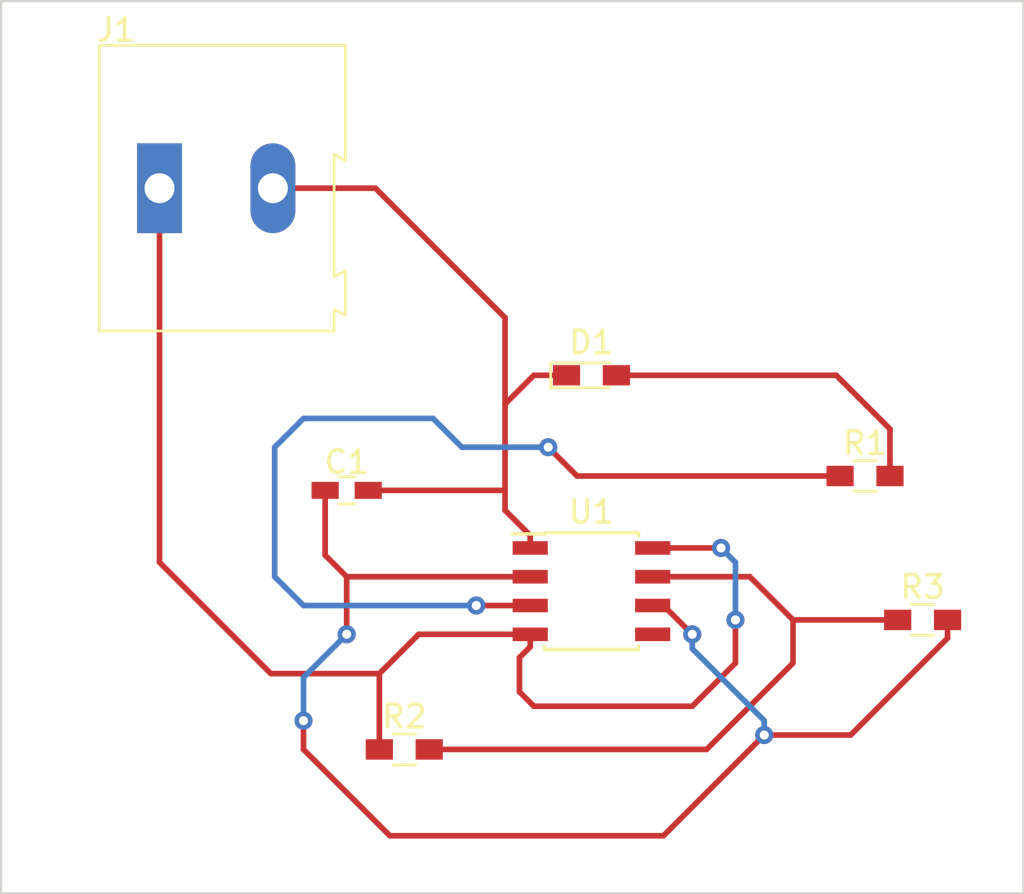
<source format=kicad_pcb>
(kicad_pcb (version 20190516) (host pcbnew "(5.1.0-838-gcbea5149c)")

  (general
    (thickness 1.6)
    (drawings 4)
    (tracks 79)
    (modules 7)
    (nets 8)
  )

  (page "A4")
  (layers
    (0 "F.Cu" signal)
    (31 "B.Cu" signal)
    (32 "B.Adhes" user)
    (33 "F.Adhes" user)
    (35 "F.Paste" user)
    (36 "B.SilkS" user)
    (37 "F.SilkS" user)
    (38 "B.Mask" user)
    (39 "F.Mask" user)
    (40 "Dwgs.User" user)
    (41 "Cmts.User" user)
    (42 "Eco1.User" user)
    (43 "Eco2.User" user)
    (44 "Edge.Cuts" user)
    (45 "Margin" user)
    (46 "B.CrtYd" user)
    (47 "F.CrtYd" user)
    (48 "B.Fab" user)
    (49 "F.Fab" user)
  )

  (setup
    (last_trace_width 0.25)
    (trace_clearance 0.2)
    (zone_clearance 0.508)
    (zone_45_only no)
    (trace_min 0.2)
    (via_size 0.8)
    (via_drill 0.4)
    (via_min_size 0.6)
    (via_min_drill 0.3)
    (uvia_size 0.3)
    (uvia_drill 0.1)
    (uvias_allowed no)
    (uvia_min_size 0.2)
    (uvia_min_drill 0.1)
    (max_error 0.005)
    (edge_width 0.05)
    (segment_width 0.2)
    (pcb_text_width 0.3)
    (pcb_text_size 1.5 1.5)
    (mod_edge_width 0.12)
    (mod_text_size 1 1)
    (mod_text_width 0.15)
    (pad_size 1.524 1.524)
    (pad_drill 0.762)
    (pad_to_mask_clearance 0.051)
    (solder_mask_min_width 0.25)
    (aux_axis_origin 0 0)
    (visible_elements FFFFFF7F)
    (pcbplotparams
      (layerselection 0x010f8_ffffffff)
      (usegerberextensions false)
      (usegerberattributes false)
      (usegerberadvancedattributes false)
      (creategerberjobfile false)
      (excludeedgelayer true)
      (linewidth 0.100000)
      (plotframeref false)
      (viasonmask false)
      (mode 1)
      (useauxorigin false)
      (hpglpennumber 1)
      (hpglpenspeed 20)
      (hpglpendiameter 15.000000)
      (psnegative false)
      (psa4output false)
      (plotreference true)
      (plotvalue true)
      (plotinvisibletext false)
      (padsonsilk false)
      (subtractmaskfromsilk false)
      (outputformat 1)
      (mirror false)
      (drillshape 0)
      (scaleselection 1)
      (outputdirectory "Gerber/"))
  )

  (net 0 "")
  (net 1 "Net-(C1-Pad1)")
  (net 2 "GND")
  (net 3 "Net-(D1-Pad2)")
  (net 4 "Net-(J1-Pad1)")
  (net 5 "Net-(R1-Pad1)")
  (net 6 "Net-(R2-Pad2)")
  (net 7 "Net-(U1-Pad5)")

  (net_class "Default" "This is the default net class."
    (clearance 0.2)
    (trace_width 0.25)
    (via_dia 0.8)
    (via_drill 0.4)
    (uvia_dia 0.3)
    (uvia_drill 0.1)
    (add_net "GND")
    (add_net "Net-(C1-Pad1)")
    (add_net "Net-(D1-Pad2)")
    (add_net "Net-(J1-Pad1)")
    (add_net "Net-(R1-Pad1)")
    (add_net "Net-(R2-Pad2)")
    (add_net "Net-(U1-Pad5)")
  )

  (module "Housings_SOIC:SOIC-8_3.9x4.9mm_Pitch1.27mm" (layer "F.Cu") (tedit 58CD0CDA) (tstamp 5D2A4772)
    (at 45.085 45.085)
    (descr "8-Lead Plastic Small Outline (SN) - Narrow, 3.90 mm Body [SOIC] (see Microchip Packaging Specification 00000049BS.pdf)")
    (tags "SOIC 1.27")
    (path "/5D26445B")
    (attr smd)
    (fp_text reference "U1" (at 0 -3.5) (layer "F.SilkS")
      (effects (font (size 1 1) (thickness 0.15)))
    )
    (fp_text value "NE555DRE4" (at 0 3.5) (layer "F.Fab")
      (effects (font (size 1 1) (thickness 0.15)))
    )
    (fp_text user "%R" (at 0 0) (layer "F.Fab")
      (effects (font (size 1 1) (thickness 0.15)))
    )
    (fp_line (start -0.95 -2.45) (end 1.95 -2.45) (layer "F.Fab") (width 0.1))
    (fp_line (start 1.95 -2.45) (end 1.95 2.45) (layer "F.Fab") (width 0.1))
    (fp_line (start 1.95 2.45) (end -1.95 2.45) (layer "F.Fab") (width 0.1))
    (fp_line (start -1.95 2.45) (end -1.95 -1.45) (layer "F.Fab") (width 0.1))
    (fp_line (start -1.95 -1.45) (end -0.95 -2.45) (layer "F.Fab") (width 0.1))
    (fp_line (start -3.73 -2.7) (end -3.73 2.7) (layer "F.CrtYd") (width 0.05))
    (fp_line (start 3.73 -2.7) (end 3.73 2.7) (layer "F.CrtYd") (width 0.05))
    (fp_line (start -3.73 -2.7) (end 3.73 -2.7) (layer "F.CrtYd") (width 0.05))
    (fp_line (start -3.73 2.7) (end 3.73 2.7) (layer "F.CrtYd") (width 0.05))
    (fp_line (start -2.075 -2.575) (end -2.075 -2.525) (layer "F.SilkS") (width 0.15))
    (fp_line (start 2.075 -2.575) (end 2.075 -2.43) (layer "F.SilkS") (width 0.15))
    (fp_line (start 2.075 2.575) (end 2.075 2.43) (layer "F.SilkS") (width 0.15))
    (fp_line (start -2.075 2.575) (end -2.075 2.43) (layer "F.SilkS") (width 0.15))
    (fp_line (start -2.075 -2.575) (end 2.075 -2.575) (layer "F.SilkS") (width 0.15))
    (fp_line (start -2.075 2.575) (end 2.075 2.575) (layer "F.SilkS") (width 0.15))
    (fp_line (start -2.075 -2.525) (end -3.475 -2.525) (layer "F.SilkS") (width 0.15))
    (pad "1" smd rect (at -2.7 -1.905) (size 1.55 0.6) (layers "F.Cu" "F.Paste" "F.Mask")
      (net 2 "GND"))
    (pad "2" smd rect (at -2.7 -0.635) (size 1.55 0.6) (layers "F.Cu" "F.Paste" "F.Mask")
      (net 1 "Net-(C1-Pad1)"))
    (pad "3" smd rect (at -2.7 0.635) (size 1.55 0.6) (layers "F.Cu" "F.Paste" "F.Mask")
      (net 5 "Net-(R1-Pad1)"))
    (pad "4" smd rect (at -2.7 1.905) (size 1.55 0.6) (layers "F.Cu" "F.Paste" "F.Mask")
      (net 4 "Net-(J1-Pad1)"))
    (pad "5" smd rect (at 2.7 1.905) (size 1.55 0.6) (layers "F.Cu" "F.Paste" "F.Mask")
      (net 7 "Net-(U1-Pad5)"))
    (pad "6" smd rect (at 2.7 0.635) (size 1.55 0.6) (layers "F.Cu" "F.Paste" "F.Mask")
      (net 1 "Net-(C1-Pad1)"))
    (pad "7" smd rect (at 2.7 -0.635) (size 1.55 0.6) (layers "F.Cu" "F.Paste" "F.Mask")
      (net 6 "Net-(R2-Pad2)"))
    (pad "8" smd rect (at 2.7 -1.905) (size 1.55 0.6) (layers "F.Cu" "F.Paste" "F.Mask")
      (net 4 "Net-(J1-Pad1)"))
    (model "${KISYS3DMOD}/Housings_SOIC.3dshapes/SOIC-8_3.9x4.9mm_Pitch1.27mm.wrl"
      (at (xyz 0 0 0))
      (scale (xyz 1 1 1))
      (rotate (xyz 0 0 0))
    )
  )

  (module "Resistors_SMD:R_0603_HandSoldering" (layer "F.Cu") (tedit 58E0A804) (tstamp 5D2A607D)
    (at 59.69 46.355)
    (descr "Resistor SMD 0603, hand soldering")
    (tags "resistor 0603")
    (path "/5D24A23E")
    (attr smd)
    (fp_text reference "R3" (at 0 -1.45) (layer "F.SilkS")
      (effects (font (size 1 1) (thickness 0.15)))
    )
    (fp_text value "1k" (at 0 1.55) (layer "F.Fab")
      (effects (font (size 1 1) (thickness 0.15)))
    )
    (fp_text user "%R" (at 0 0) (layer "F.Fab")
      (effects (font (size 0.4 0.4) (thickness 0.075)))
    )
    (fp_line (start -0.8 0.4) (end -0.8 -0.4) (layer "F.Fab") (width 0.1))
    (fp_line (start 0.8 0.4) (end -0.8 0.4) (layer "F.Fab") (width 0.1))
    (fp_line (start 0.8 -0.4) (end 0.8 0.4) (layer "F.Fab") (width 0.1))
    (fp_line (start -0.8 -0.4) (end 0.8 -0.4) (layer "F.Fab") (width 0.1))
    (fp_line (start 0.5 0.68) (end -0.5 0.68) (layer "F.SilkS") (width 0.12))
    (fp_line (start -0.5 -0.68) (end 0.5 -0.68) (layer "F.SilkS") (width 0.12))
    (fp_line (start -1.96 -0.7) (end 1.95 -0.7) (layer "F.CrtYd") (width 0.05))
    (fp_line (start -1.96 -0.7) (end -1.96 0.7) (layer "F.CrtYd") (width 0.05))
    (fp_line (start 1.95 0.7) (end 1.95 -0.7) (layer "F.CrtYd") (width 0.05))
    (fp_line (start 1.95 0.7) (end -1.96 0.7) (layer "F.CrtYd") (width 0.05))
    (pad "1" smd rect (at -1.1 0) (size 1.2 0.9) (layers "F.Cu" "F.Paste" "F.Mask")
      (net 6 "Net-(R2-Pad2)"))
    (pad "2" smd rect (at 1.1 0) (size 1.2 0.9) (layers "F.Cu" "F.Paste" "F.Mask")
      (net 1 "Net-(C1-Pad1)"))
    (model "${KISYS3DMOD}/Resistors_SMD.3dshapes/R_0603.wrl"
      (at (xyz 0 0 0))
      (scale (xyz 1 1 1))
      (rotate (xyz 0 0 0))
    )
  )

  (module "Resistors_SMD:R_0603_HandSoldering" (layer "F.Cu") (tedit 58E0A804) (tstamp 5D2A476C)
    (at 36.83 52.07)
    (descr "Resistor SMD 0603, hand soldering")
    (tags "resistor 0603")
    (path "/5D249D19")
    (attr smd)
    (fp_text reference "R2" (at 0 -1.45) (layer "F.SilkS")
      (effects (font (size 1 1) (thickness 0.15)))
    )
    (fp_text value "1k" (at 0 1.55) (layer "F.Fab")
      (effects (font (size 1 1) (thickness 0.15)))
    )
    (fp_text user "%R" (at 0 0) (layer "F.Fab")
      (effects (font (size 0.4 0.4) (thickness 0.075)))
    )
    (fp_line (start -0.8 0.4) (end -0.8 -0.4) (layer "F.Fab") (width 0.1))
    (fp_line (start 0.8 0.4) (end -0.8 0.4) (layer "F.Fab") (width 0.1))
    (fp_line (start 0.8 -0.4) (end 0.8 0.4) (layer "F.Fab") (width 0.1))
    (fp_line (start -0.8 -0.4) (end 0.8 -0.4) (layer "F.Fab") (width 0.1))
    (fp_line (start 0.5 0.68) (end -0.5 0.68) (layer "F.SilkS") (width 0.12))
    (fp_line (start -0.5 -0.68) (end 0.5 -0.68) (layer "F.SilkS") (width 0.12))
    (fp_line (start -1.96 -0.7) (end 1.95 -0.7) (layer "F.CrtYd") (width 0.05))
    (fp_line (start -1.96 -0.7) (end -1.96 0.7) (layer "F.CrtYd") (width 0.05))
    (fp_line (start 1.95 0.7) (end 1.95 -0.7) (layer "F.CrtYd") (width 0.05))
    (fp_line (start 1.95 0.7) (end -1.96 0.7) (layer "F.CrtYd") (width 0.05))
    (pad "1" smd rect (at -1.1 0) (size 1.2 0.9) (layers "F.Cu" "F.Paste" "F.Mask")
      (net 4 "Net-(J1-Pad1)"))
    (pad "2" smd rect (at 1.1 0) (size 1.2 0.9) (layers "F.Cu" "F.Paste" "F.Mask")
      (net 6 "Net-(R2-Pad2)"))
    (model "${KISYS3DMOD}/Resistors_SMD.3dshapes/R_0603.wrl"
      (at (xyz 0 0 0))
      (scale (xyz 1 1 1))
      (rotate (xyz 0 0 0))
    )
  )

  (module "Resistors_SMD:R_0603_HandSoldering" (layer "F.Cu") (tedit 58E0A804) (tstamp 5D2A5F33)
    (at 57.15 40.005)
    (descr "Resistor SMD 0603, hand soldering")
    (tags "resistor 0603")
    (path "/5D24A6C9")
    (attr smd)
    (fp_text reference "R1" (at 0 -1.45) (layer "F.SilkS")
      (effects (font (size 1 1) (thickness 0.15)))
    )
    (fp_text value "300" (at 0 1.55) (layer "F.Fab")
      (effects (font (size 1 1) (thickness 0.15)))
    )
    (fp_text user "%R" (at 0 0) (layer "F.Fab")
      (effects (font (size 0.4 0.4) (thickness 0.075)))
    )
    (fp_line (start -0.8 0.4) (end -0.8 -0.4) (layer "F.Fab") (width 0.1))
    (fp_line (start 0.8 0.4) (end -0.8 0.4) (layer "F.Fab") (width 0.1))
    (fp_line (start 0.8 -0.4) (end 0.8 0.4) (layer "F.Fab") (width 0.1))
    (fp_line (start -0.8 -0.4) (end 0.8 -0.4) (layer "F.Fab") (width 0.1))
    (fp_line (start 0.5 0.68) (end -0.5 0.68) (layer "F.SilkS") (width 0.12))
    (fp_line (start -0.5 -0.68) (end 0.5 -0.68) (layer "F.SilkS") (width 0.12))
    (fp_line (start -1.96 -0.7) (end 1.95 -0.7) (layer "F.CrtYd") (width 0.05))
    (fp_line (start -1.96 -0.7) (end -1.96 0.7) (layer "F.CrtYd") (width 0.05))
    (fp_line (start 1.95 0.7) (end 1.95 -0.7) (layer "F.CrtYd") (width 0.05))
    (fp_line (start 1.95 0.7) (end -1.96 0.7) (layer "F.CrtYd") (width 0.05))
    (pad "1" smd rect (at -1.1 0) (size 1.2 0.9) (layers "F.Cu" "F.Paste" "F.Mask")
      (net 5 "Net-(R1-Pad1)"))
    (pad "2" smd rect (at 1.1 0) (size 1.2 0.9) (layers "F.Cu" "F.Paste" "F.Mask")
      (net 3 "Net-(D1-Pad2)"))
    (model "${KISYS3DMOD}/Resistors_SMD.3dshapes/R_0603.wrl"
      (at (xyz 0 0 0))
      (scale (xyz 1 1 1))
      (rotate (xyz 0 0 0))
    )
  )

  (module "Connectors_Terminal_Blocks:TerminalBlock_Altech_AK300-2_P5.00mm" (layer "F.Cu") (tedit 59FF0306) (tstamp 5D2A4766)
    (at 26.035 27.305)
    (descr "Altech AK300 terminal block, pitch 5.0mm, 45 degree angled, see http://www.mouser.com/ds/2/16/PCBMETRC-24178.pdf")
    (tags "Altech AK300 terminal block pitch 5.0mm")
    (path "/5D27C372")
    (fp_text reference "J1" (at -1.92 -6.99) (layer "F.SilkS")
      (effects (font (size 1 1) (thickness 0.15)))
    )
    (fp_text value "Screw_Terminal_01x02" (at 2.78 7.75) (layer "F.Fab")
      (effects (font (size 1 1) (thickness 0.15)))
    )
    (fp_text user "%R" (at 2.5 -2) (layer "F.Fab")
      (effects (font (size 1 1) (thickness 0.15)))
    )
    (fp_line (start -2.65 -6.3) (end -2.65 6.3) (layer "F.SilkS") (width 0.12))
    (fp_line (start -2.65 6.3) (end 7.7 6.3) (layer "F.SilkS") (width 0.12))
    (fp_line (start 7.7 6.3) (end 7.7 5.35) (layer "F.SilkS") (width 0.12))
    (fp_line (start 7.7 5.35) (end 8.2 5.6) (layer "F.SilkS") (width 0.12))
    (fp_line (start 8.2 5.6) (end 8.2 3.7) (layer "F.SilkS") (width 0.12))
    (fp_line (start 8.2 3.7) (end 8.2 3.65) (layer "F.SilkS") (width 0.12))
    (fp_line (start 8.2 3.65) (end 7.7 3.9) (layer "F.SilkS") (width 0.12))
    (fp_line (start 7.7 3.9) (end 7.7 -1.5) (layer "F.SilkS") (width 0.12))
    (fp_line (start 7.7 -1.5) (end 8.2 -1.2) (layer "F.SilkS") (width 0.12))
    (fp_line (start 8.2 -1.2) (end 8.2 -6.3) (layer "F.SilkS") (width 0.12))
    (fp_line (start 8.2 -6.3) (end -2.65 -6.3) (layer "F.SilkS") (width 0.12))
    (fp_line (start -1.26 2.54) (end 1.28 2.54) (layer "F.Fab") (width 0.1))
    (fp_line (start 1.28 2.54) (end 1.28 -0.25) (layer "F.Fab") (width 0.1))
    (fp_line (start -1.26 -0.25) (end 1.28 -0.25) (layer "F.Fab") (width 0.1))
    (fp_line (start -1.26 2.54) (end -1.26 -0.25) (layer "F.Fab") (width 0.1))
    (fp_line (start 3.74 2.54) (end 6.28 2.54) (layer "F.Fab") (width 0.1))
    (fp_line (start 6.28 2.54) (end 6.28 -0.25) (layer "F.Fab") (width 0.1))
    (fp_line (start 3.74 -0.25) (end 6.28 -0.25) (layer "F.Fab") (width 0.1))
    (fp_line (start 3.74 2.54) (end 3.74 -0.25) (layer "F.Fab") (width 0.1))
    (fp_line (start 7.61 -6.22) (end 7.61 -3.17) (layer "F.Fab") (width 0.1))
    (fp_line (start 7.61 -6.22) (end -2.58 -6.22) (layer "F.Fab") (width 0.1))
    (fp_line (start 7.61 -6.22) (end 8.11 -6.22) (layer "F.Fab") (width 0.1))
    (fp_line (start 8.11 -6.22) (end 8.11 -1.4) (layer "F.Fab") (width 0.1))
    (fp_line (start 8.11 -1.4) (end 7.61 -1.65) (layer "F.Fab") (width 0.1))
    (fp_line (start 8.11 5.46) (end 7.61 5.21) (layer "F.Fab") (width 0.1))
    (fp_line (start 7.61 5.21) (end 7.61 6.22) (layer "F.Fab") (width 0.1))
    (fp_line (start 8.11 3.81) (end 7.61 4.06) (layer "F.Fab") (width 0.1))
    (fp_line (start 7.61 4.06) (end 7.61 5.21) (layer "F.Fab") (width 0.1))
    (fp_line (start 8.11 3.81) (end 8.11 5.46) (layer "F.Fab") (width 0.1))
    (fp_line (start 2.98 6.22) (end 2.98 4.32) (layer "F.Fab") (width 0.1))
    (fp_line (start 7.05 -0.25) (end 7.05 4.32) (layer "F.Fab") (width 0.1))
    (fp_line (start 2.98 6.22) (end 7.05 6.22) (layer "F.Fab") (width 0.1))
    (fp_line (start 7.05 6.22) (end 7.61 6.22) (layer "F.Fab") (width 0.1))
    (fp_line (start 2.04 6.22) (end 2.04 4.32) (layer "F.Fab") (width 0.1))
    (fp_line (start 2.04 6.22) (end 2.98 6.22) (layer "F.Fab") (width 0.1))
    (fp_line (start -2.02 -0.25) (end -2.02 4.32) (layer "F.Fab") (width 0.1))
    (fp_line (start -2.58 6.22) (end -2.02 6.22) (layer "F.Fab") (width 0.1))
    (fp_line (start -2.02 6.22) (end 2.04 6.22) (layer "F.Fab") (width 0.1))
    (fp_line (start 2.98 4.32) (end 7.05 4.32) (layer "F.Fab") (width 0.1))
    (fp_line (start 2.98 4.32) (end 2.98 -0.25) (layer "F.Fab") (width 0.1))
    (fp_line (start 7.05 4.32) (end 7.05 6.22) (layer "F.Fab") (width 0.1))
    (fp_line (start 2.04 4.32) (end -2.02 4.32) (layer "F.Fab") (width 0.1))
    (fp_line (start 2.04 4.32) (end 2.04 -0.25) (layer "F.Fab") (width 0.1))
    (fp_line (start -2.02 4.32) (end -2.02 6.22) (layer "F.Fab") (width 0.1))
    (fp_line (start 6.67 3.68) (end 6.67 0.51) (layer "F.Fab") (width 0.1))
    (fp_line (start 6.67 3.68) (end 3.36 3.68) (layer "F.Fab") (width 0.1))
    (fp_line (start 3.36 3.68) (end 3.36 0.51) (layer "F.Fab") (width 0.1))
    (fp_line (start 1.66 3.68) (end 1.66 0.51) (layer "F.Fab") (width 0.1))
    (fp_line (start 1.66 3.68) (end -1.64 3.68) (layer "F.Fab") (width 0.1))
    (fp_line (start -1.64 3.68) (end -1.64 0.51) (layer "F.Fab") (width 0.1))
    (fp_line (start -1.64 0.51) (end -1.26 0.51) (layer "F.Fab") (width 0.1))
    (fp_line (start 1.66 0.51) (end 1.28 0.51) (layer "F.Fab") (width 0.1))
    (fp_line (start 3.36 0.51) (end 3.74 0.51) (layer "F.Fab") (width 0.1))
    (fp_line (start 6.67 0.51) (end 6.28 0.51) (layer "F.Fab") (width 0.1))
    (fp_line (start -2.58 6.22) (end -2.58 -0.64) (layer "F.Fab") (width 0.1))
    (fp_line (start -2.58 -0.64) (end -2.58 -3.17) (layer "F.Fab") (width 0.1))
    (fp_line (start 7.61 -1.65) (end 7.61 -0.64) (layer "F.Fab") (width 0.1))
    (fp_line (start 7.61 -0.64) (end 7.61 4.06) (layer "F.Fab") (width 0.1))
    (fp_line (start -2.58 -3.17) (end 7.61 -3.17) (layer "F.Fab") (width 0.1))
    (fp_line (start -2.58 -3.17) (end -2.58 -6.22) (layer "F.Fab") (width 0.1))
    (fp_line (start 7.61 -3.17) (end 7.61 -1.65) (layer "F.Fab") (width 0.1))
    (fp_line (start 2.98 -3.43) (end 2.98 -5.97) (layer "F.Fab") (width 0.1))
    (fp_line (start 2.98 -5.97) (end 7.05 -5.97) (layer "F.Fab") (width 0.1))
    (fp_line (start 7.05 -5.97) (end 7.05 -3.43) (layer "F.Fab") (width 0.1))
    (fp_line (start 7.05 -3.43) (end 2.98 -3.43) (layer "F.Fab") (width 0.1))
    (fp_line (start 2.04 -3.43) (end 2.04 -5.97) (layer "F.Fab") (width 0.1))
    (fp_line (start 2.04 -3.43) (end -2.02 -3.43) (layer "F.Fab") (width 0.1))
    (fp_line (start -2.02 -3.43) (end -2.02 -5.97) (layer "F.Fab") (width 0.1))
    (fp_line (start 2.04 -5.97) (end -2.02 -5.97) (layer "F.Fab") (width 0.1))
    (fp_line (start 3.39 -4.45) (end 6.44 -5.08) (layer "F.Fab") (width 0.1))
    (fp_line (start 3.52 -4.32) (end 6.56 -4.95) (layer "F.Fab") (width 0.1))
    (fp_line (start -1.62 -4.45) (end 1.44 -5.08) (layer "F.Fab") (width 0.1))
    (fp_line (start -1.49 -4.32) (end 1.56 -4.95) (layer "F.Fab") (width 0.1))
    (fp_line (start -2.02 -0.25) (end -1.64 -0.25) (layer "F.Fab") (width 0.1))
    (fp_line (start 2.04 -0.25) (end 1.66 -0.25) (layer "F.Fab") (width 0.1))
    (fp_line (start 1.66 -0.25) (end -1.64 -0.25) (layer "F.Fab") (width 0.1))
    (fp_line (start -2.58 -0.64) (end -1.64 -0.64) (layer "F.Fab") (width 0.1))
    (fp_line (start -1.64 -0.64) (end 1.66 -0.64) (layer "F.Fab") (width 0.1))
    (fp_line (start 1.66 -0.64) (end 3.36 -0.64) (layer "F.Fab") (width 0.1))
    (fp_line (start 7.61 -0.64) (end 6.67 -0.64) (layer "F.Fab") (width 0.1))
    (fp_line (start 6.67 -0.64) (end 3.36 -0.64) (layer "F.Fab") (width 0.1))
    (fp_line (start 7.05 -0.25) (end 6.67 -0.25) (layer "F.Fab") (width 0.1))
    (fp_line (start 2.98 -0.25) (end 3.36 -0.25) (layer "F.Fab") (width 0.1))
    (fp_line (start 3.36 -0.25) (end 6.67 -0.25) (layer "F.Fab") (width 0.1))
    (fp_line (start -2.83 -6.47) (end 8.36 -6.47) (layer "F.CrtYd") (width 0.05))
    (fp_line (start -2.83 -6.47) (end -2.83 6.47) (layer "F.CrtYd") (width 0.05))
    (fp_line (start 8.36 6.47) (end 8.36 -6.47) (layer "F.CrtYd") (width 0.05))
    (fp_line (start 8.36 6.47) (end -2.83 6.47) (layer "F.CrtYd") (width 0.05))
    (fp_arc (start 6.03 -4.59) (end 6.54 -5.05) (angle 90.5) (layer "F.Fab") (width 0.1))
    (fp_arc (start 5.07 -6.07) (end 6.53 -4.12) (angle 75.5) (layer "F.Fab") (width 0.1))
    (fp_arc (start 4.99 -3.71) (end 3.39 -5) (angle 100) (layer "F.Fab") (width 0.1))
    (fp_arc (start 3.87 -4.65) (end 3.58 -4.13) (angle 104.2) (layer "F.Fab") (width 0.1))
    (fp_arc (start 1.03 -4.59) (end 1.53 -5.05) (angle 90.5) (layer "F.Fab") (width 0.1))
    (fp_arc (start 0.06 -6.07) (end 1.53 -4.12) (angle 75.5) (layer "F.Fab") (width 0.1))
    (fp_arc (start -0.01 -3.71) (end -1.62 -5) (angle 100) (layer "F.Fab") (width 0.1))
    (fp_arc (start -1.13 -4.65) (end -1.42 -4.13) (angle 104.2) (layer "F.Fab") (width 0.1))
    (pad "1" thru_hole rect (at 0 0) (size 1.98 3.96) (drill 1.32) (layers *.Cu *.Mask)
      (net 4 "Net-(J1-Pad1)"))
    (pad "2" thru_hole oval (at 5 0) (size 1.98 3.96) (drill 1.32) (layers *.Cu *.Mask)
      (net 2 "GND"))
    (model "${KISYS3DMOD}/Terminal_Blocks.3dshapes/TerminalBlock_Altech_AK300-2_P5.00mm.wrl"
      (at (xyz 0 0 0))
      (scale (xyz 1 1 1))
      (rotate (xyz 0 0 0))
    )
  )

  (module "LEDs:LED_0603_HandSoldering" (layer "F.Cu") (tedit 595FC9C0) (tstamp 5D2A4763)
    (at 45.085 35.56)
    (descr "LED SMD 0603, hand soldering")
    (tags "LED 0603")
    (path "/5D235BC0")
    (attr smd)
    (fp_text reference "D1" (at 0 -1.45) (layer "F.SilkS")
      (effects (font (size 1 1) (thickness 0.15)))
    )
    (fp_text value "LED" (at 0 1.55) (layer "F.Fab")
      (effects (font (size 1 1) (thickness 0.15)))
    )
    (fp_line (start -1.8 -0.55) (end -1.8 0.55) (layer "F.SilkS") (width 0.12))
    (fp_line (start -0.2 -0.2) (end -0.2 0.2) (layer "F.Fab") (width 0.1))
    (fp_line (start -0.15 0) (end 0.15 -0.2) (layer "F.Fab") (width 0.1))
    (fp_line (start 0.15 0.2) (end -0.15 0) (layer "F.Fab") (width 0.1))
    (fp_line (start 0.15 -0.2) (end 0.15 0.2) (layer "F.Fab") (width 0.1))
    (fp_line (start 0.8 0.4) (end -0.8 0.4) (layer "F.Fab") (width 0.1))
    (fp_line (start 0.8 -0.4) (end 0.8 0.4) (layer "F.Fab") (width 0.1))
    (fp_line (start -0.8 -0.4) (end 0.8 -0.4) (layer "F.Fab") (width 0.1))
    (fp_line (start -1.8 0.55) (end 0.8 0.55) (layer "F.SilkS") (width 0.12))
    (fp_line (start -1.8 -0.55) (end 0.8 -0.55) (layer "F.SilkS") (width 0.12))
    (fp_line (start -1.96 -0.7) (end 1.95 -0.7) (layer "F.CrtYd") (width 0.05))
    (fp_line (start -1.96 -0.7) (end -1.96 0.7) (layer "F.CrtYd") (width 0.05))
    (fp_line (start 1.95 0.7) (end 1.95 -0.7) (layer "F.CrtYd") (width 0.05))
    (fp_line (start 1.95 0.7) (end -1.96 0.7) (layer "F.CrtYd") (width 0.05))
    (fp_line (start -0.8 -0.4) (end -0.8 0.4) (layer "F.Fab") (width 0.1))
    (pad "1" smd rect (at -1.1 0) (size 1.2 0.9) (layers "F.Cu" "F.Paste" "F.Mask")
      (net 2 "GND"))
    (pad "2" smd rect (at 1.1 0) (size 1.2 0.9) (layers "F.Cu" "F.Paste" "F.Mask")
      (net 3 "Net-(D1-Pad2)"))
    (model "${KISYS3DMOD}/LEDs.3dshapes/LED_0603.wrl"
      (at (xyz 0 0 0))
      (scale (xyz 1 1 1))
      (rotate (xyz 0 0 180))
    )
  )

  (module "Capacitors_SMD:C_0603_HandSoldering" (layer "F.Cu") (tedit 58AA848B) (tstamp 5D2A4B9D)
    (at 34.29 40.64)
    (descr "Capacitor SMD 0603, hand soldering")
    (tags "capacitor 0603")
    (path "/5D2381BA")
    (attr smd)
    (fp_text reference "C1" (at 0 -1.25) (layer "F.SilkS")
      (effects (font (size 1 1) (thickness 0.15)))
    )
    (fp_text value "1u" (at 0 1.5) (layer "F.Fab")
      (effects (font (size 1 1) (thickness 0.15)))
    )
    (fp_text user "%R" (at 0 -1.25) (layer "F.Fab")
      (effects (font (size 1 1) (thickness 0.15)))
    )
    (fp_line (start -0.8 0.4) (end -0.8 -0.4) (layer "F.Fab") (width 0.1))
    (fp_line (start 0.8 0.4) (end -0.8 0.4) (layer "F.Fab") (width 0.1))
    (fp_line (start 0.8 -0.4) (end 0.8 0.4) (layer "F.Fab") (width 0.1))
    (fp_line (start -0.8 -0.4) (end 0.8 -0.4) (layer "F.Fab") (width 0.1))
    (fp_line (start -0.35 -0.6) (end 0.35 -0.6) (layer "F.SilkS") (width 0.12))
    (fp_line (start 0.35 0.6) (end -0.35 0.6) (layer "F.SilkS") (width 0.12))
    (fp_line (start -1.8 -0.65) (end 1.8 -0.65) (layer "F.CrtYd") (width 0.05))
    (fp_line (start -1.8 -0.65) (end -1.8 0.65) (layer "F.CrtYd") (width 0.05))
    (fp_line (start 1.8 0.65) (end 1.8 -0.65) (layer "F.CrtYd") (width 0.05))
    (fp_line (start 1.8 0.65) (end -1.8 0.65) (layer "F.CrtYd") (width 0.05))
    (pad "1" smd rect (at -0.95 0) (size 1.2 0.75) (layers "F.Cu" "F.Paste" "F.Mask")
      (net 1 "Net-(C1-Pad1)"))
    (pad "2" smd rect (at 0.95 0) (size 1.2 0.75) (layers "F.Cu" "F.Paste" "F.Mask")
      (net 2 "GND"))
    (model "Capacitors_SMD.3dshapes/C_0603.wrl"
      (at (xyz 0 0 0))
      (scale (xyz 1 1 1))
      (rotate (xyz 0 0 0))
    )
  )

  (gr_line (start 19.05 58.42) (end 19.05 19.05) (layer "Edge.Cuts") (width 0.1))
  (gr_line (start 64.135 58.42) (end 19.05 58.42) (layer "Edge.Cuts") (width 0.1))
  (gr_line (start 64.135 19.05) (end 64.135 58.42) (layer "Edge.Cuts") (width 0.1))
  (gr_line (start 19.05 19.05) (end 64.135 19.05) (layer "Edge.Cuts") (width 0.1))

  (segment (start 42.385 42.63) (end 41.275 41.52) (width 0.25) (layer "F.Cu") (net 2))
  (segment (start 42.385 43.18) (end 42.385 42.63) (width 0.25) (layer "F.Cu") (net 2))
  (segment (start 41.275 41.52) (end 41.275 36.83) (width 0.25) (layer "F.Cu") (net 2))
  (segment (start 42.545 35.56) (end 43.985 35.56) (width 0.25) (layer "F.Cu") (net 2))
  (segment (start 41.275 36.83) (end 42.545 35.56) (width 0.25) (layer "F.Cu") (net 2))
  (segment (start 41.275 36.83) (end 41.275 33.02) (width 0.25) (layer "F.Cu") (net 2))
  (segment (start 35.56 27.305) (end 31.035 27.305) (width 0.25) (layer "F.Cu") (net 2))
  (segment (start 41.275 33.02) (end 35.56 27.305) (width 0.25) (layer "F.Cu") (net 2))
  (segment (start 35.24 40.64) (end 41.275 40.64) (width 0.25) (layer "F.Cu") (net 2))
  (segment (start 33.34 43.5) (end 33.34 40.64) (width 0.25) (layer "F.Cu") (net 1))
  (segment (start 42.385 44.45) (end 34.29 44.45) (width 0.25) (layer "F.Cu") (net 1))
  (segment (start 34.29 44.45) (end 33.34 43.5) (width 0.25) (layer "F.Cu") (net 1))
  (segment (start 35.73 52.07) (end 35.73 48.725) (width 0.25) (layer "F.Cu") (net 4))
  (segment (start 37.465 46.99) (end 42.385 46.99) (width 0.25) (layer "F.Cu") (net 4))
  (segment (start 35.73 48.725) (end 37.465 46.99) (width 0.25) (layer "F.Cu") (net 4))
  (segment (start 37.93 52.07) (end 50.165 52.07) (width 0.25) (layer "F.Cu") (net 6))
  (segment (start 50.165 52.07) (end 53.975 48.26) (width 0.25) (layer "F.Cu") (net 6))
  (segment (start 53.975 48.26) (end 53.975 46.355) (width 0.25) (layer "F.Cu") (net 6))
  (segment (start 52.07 44.45) (end 47.785 44.45) (width 0.25) (layer "F.Cu") (net 6))
  (segment (start 53.975 46.355) (end 52.07 44.45) (width 0.25) (layer "F.Cu") (net 6))
  (segment (start 30.945 48.725) (end 35.73 48.725) (width 0.25) (layer "F.Cu") (net 4))
  (segment (start 26.035 27.305) (end 26.035 43.815) (width 0.25) (layer "F.Cu") (net 4))
  (segment (start 26.035 43.815) (end 30.945 48.725) (width 0.25) (layer "F.Cu") (net 4))
  (segment (start 58.25 39.305) (end 58.25 40.005) (width 0.25) (layer "F.Cu") (net 3))
  (segment (start 55.88 35.56) (end 58.25 37.93) (width 0.25) (layer "F.Cu") (net 3))
  (segment (start 58.25 37.93) (end 58.25 39.305) (width 0.25) (layer "F.Cu") (net 3))
  (segment (start 46.185 35.56) (end 55.88 35.56) (width 0.25) (layer "F.Cu") (net 3))
  (segment (start 58.59 46.355) (end 58.42 46.355) (width 0.25) (layer "F.Cu") (net 6))
  (segment (start 57.74 46.355) (end 53.975 46.355) (width 0.25) (layer "F.Cu") (net 6))
  (segment (start 58.59 46.355) (end 57.74 46.355) (width 0.25) (layer "F.Cu") (net 6))
  (via (at 43.18 38.735) (size 0.8) (drill 0.4) (layers "F.Cu" "B.Cu") (net 5))
  (segment (start 44.45 40.005) (end 43.18 38.735) (width 0.25) (layer "F.Cu") (net 5))
  (segment (start 56.05 40.005) (end 44.45 40.005) (width 0.25) (layer "F.Cu") (net 5))
  (segment (start 43.18 38.735) (end 39.37 38.735) (width 0.25) (layer "B.Cu") (net 5))
  (segment (start 39.37 38.735) (end 38.1 37.465) (width 0.25) (layer "B.Cu") (net 5))
  (segment (start 38.1 37.465) (end 32.385 37.465) (width 0.25) (layer "B.Cu") (net 5))
  (segment (start 32.385 37.465) (end 31.115 38.735) (width 0.25) (layer "B.Cu") (net 5))
  (segment (start 31.115 38.735) (end 31.115 44.45) (width 0.25) (layer "B.Cu") (net 5))
  (segment (start 31.115 44.45) (end 32.385 45.72) (width 0.25) (layer "B.Cu") (net 5))
  (segment (start 32.385 45.72) (end 40.005 45.72) (width 0.25) (layer "B.Cu") (net 5))
  (segment (start 40.005 45.72) (end 40.005 45.72) (width 0.25) (layer "B.Cu") (net 5) (tstamp 5D2A60C2))
  (via (at 40.005 45.72) (size 0.8) (drill 0.4) (layers "F.Cu" "B.Cu") (net 5))
  (segment (start 40.005 45.72) (end 42.385 45.72) (width 0.25) (layer "F.Cu") (net 5))
  (segment (start 42.385 47.54) (end 41.91 48.015) (width 0.25) (layer "F.Cu") (net 4))
  (segment (start 42.385 46.99) (end 42.385 47.54) (width 0.25) (layer "F.Cu") (net 4))
  (segment (start 41.91 48.015) (end 41.91 49.53) (width 0.25) (layer "F.Cu") (net 4))
  (segment (start 41.91 49.53) (end 42.545 50.165) (width 0.25) (layer "F.Cu") (net 4))
  (segment (start 42.545 50.165) (end 49.53 50.165) (width 0.25) (layer "F.Cu") (net 4))
  (segment (start 49.53 50.165) (end 51.435 48.26) (width 0.25) (layer "F.Cu") (net 4))
  (segment (start 51.435 48.26) (end 51.435 46.355) (width 0.25) (layer "F.Cu") (net 4))
  (via (at 51.435 46.355) (size 0.8) (drill 0.4) (layers "F.Cu" "B.Cu") (net 4))
  (segment (start 51.435 46.355) (end 51.435 43.815) (width 0.25) (layer "B.Cu") (net 4))
  (segment (start 51.435 43.815) (end 50.8 43.18) (width 0.25) (layer "B.Cu") (net 4))
  (segment (start 50.8 43.18) (end 50.8 43.18) (width 0.25) (layer "B.Cu") (net 4) (tstamp 5D2A60C8))
  (via (at 50.8 43.18) (size 0.8) (drill 0.4) (layers "F.Cu" "B.Cu") (net 4))
  (segment (start 50.8 43.18) (end 47.785 43.18) (width 0.25) (layer "F.Cu") (net 4))
  (segment (start 60.79 46.355) (end 60.79 47.16) (width 0.25) (layer "F.Cu") (net 1))
  (segment (start 60.79 47.16) (end 56.515 51.435) (width 0.25) (layer "F.Cu") (net 1))
  (segment (start 56.515 51.435) (end 52.705 51.435) (width 0.25) (layer "F.Cu") (net 1))
  (segment (start 52.705 51.435) (end 52.705 51.435) (width 0.25) (layer "F.Cu") (net 1) (tstamp 5D2A60CC))
  (via (at 52.705 51.435) (size 0.8) (drill 0.4) (layers "F.Cu" "B.Cu") (net 1))
  (segment (start 52.705 51.435) (end 52.705 50.8) (width 0.25) (layer "B.Cu") (net 1))
  (segment (start 52.705 50.8) (end 49.53 47.625) (width 0.25) (layer "B.Cu") (net 1))
  (segment (start 49.53 47.625) (end 49.53 46.99) (width 0.25) (layer "B.Cu") (net 1))
  (segment (start 49.53 46.99) (end 49.53 46.99) (width 0.25) (layer "B.Cu") (net 1) (tstamp 5D2A60D0))
  (via (at 49.53 46.99) (size 0.8) (drill 0.4) (layers "F.Cu" "B.Cu") (net 1))
  (segment (start 48.26 45.72) (end 47.785 45.72) (width 0.25) (layer "F.Cu") (net 1))
  (segment (start 49.53 46.99) (end 48.26 45.72) (width 0.25) (layer "F.Cu") (net 1))
  (segment (start 52.705 51.435) (end 48.26 55.88) (width 0.25) (layer "F.Cu") (net 1))
  (segment (start 48.26 55.88) (end 36.195 55.88) (width 0.25) (layer "F.Cu") (net 1))
  (segment (start 36.195 55.88) (end 32.385 52.07) (width 0.25) (layer "F.Cu") (net 1))
  (segment (start 32.385 52.07) (end 32.385 50.8) (width 0.25) (layer "F.Cu") (net 1))
  (segment (start 32.385 50.8) (end 32.385 50.8) (width 0.25) (layer "F.Cu") (net 1) (tstamp 5D2A6135))
  (via (at 32.385 50.8) (size 0.8) (drill 0.4) (layers "F.Cu" "B.Cu") (net 1))
  (segment (start 32.385 50.8) (end 32.385 48.895) (width 0.25) (layer "B.Cu") (net 1))
  (segment (start 32.385 48.895) (end 34.29 46.99) (width 0.25) (layer "B.Cu") (net 1))
  (segment (start 34.29 46.99) (end 34.29 46.99) (width 0.25) (layer "B.Cu") (net 1) (tstamp 5D2A614D))
  (via (at 34.29 46.99) (size 0.8) (drill 0.4) (layers "F.Cu" "B.Cu") (net 1))
  (segment (start 34.29 46.99) (end 34.29 44.45) (width 0.25) (layer "F.Cu") (net 1))

)

</source>
